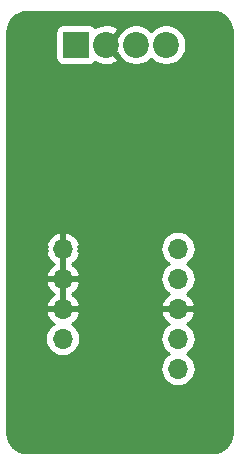
<source format=gbl>
G04 #@! TF.GenerationSoftware,KiCad,Pcbnew,(5.1.0)-1*
G04 #@! TF.CreationDate,2019-04-03T23:02:26-04:00*
G04 #@! TF.ProjectId,loadcell_daughter,6c6f6164-6365-46c6-9c5f-646175676874,rev?*
G04 #@! TF.SameCoordinates,Original*
G04 #@! TF.FileFunction,Copper,L2,Bot*
G04 #@! TF.FilePolarity,Positive*
%FSLAX46Y46*%
G04 Gerber Fmt 4.6, Leading zero omitted, Abs format (unit mm)*
G04 Created by KiCad (PCBNEW (5.1.0)-1) date 2019-04-03 23:02:26*
%MOMM*%
%LPD*%
G04 APERTURE LIST*
%ADD10O,1.700000X1.700000*%
%ADD11R,2.200000X2.200000*%
%ADD12C,2.200000*%
%ADD13C,0.800000*%
%ADD14C,0.254000*%
G04 APERTURE END LIST*
D10*
X162687000Y-102108000D03*
X152927000Y-99568000D03*
X162687000Y-99568000D03*
X152927000Y-97028000D03*
X162687000Y-97028000D03*
X152927000Y-94488000D03*
X162687000Y-94488000D03*
X152927000Y-91948000D03*
X162687000Y-91948000D03*
D11*
X154051000Y-74676000D03*
D12*
X156591000Y-74676000D03*
X159131000Y-74676000D03*
X161671000Y-74676000D03*
D13*
X154559000Y-108204000D03*
X165989000Y-107188000D03*
X154432000Y-102616000D03*
X161925000Y-106299000D03*
D14*
G36*
X165923210Y-71941072D02*
G01*
X166226413Y-72032614D01*
X166506064Y-72181307D01*
X166751505Y-72381484D01*
X166953391Y-72625521D01*
X167104031Y-72904125D01*
X167197690Y-73206688D01*
X167234000Y-73552158D01*
X167234001Y-107536711D01*
X167199928Y-107884209D01*
X167108384Y-108187417D01*
X166959693Y-108467063D01*
X166759516Y-108712505D01*
X166515476Y-108914392D01*
X166236875Y-109065031D01*
X165934313Y-109158690D01*
X165588842Y-109195000D01*
X149892279Y-109195000D01*
X149544791Y-109160928D01*
X149241583Y-109069384D01*
X148961937Y-108920693D01*
X148716495Y-108720516D01*
X148514608Y-108476476D01*
X148363969Y-108197875D01*
X148270310Y-107895313D01*
X148234000Y-107549842D01*
X148234000Y-99568000D01*
X151434815Y-99568000D01*
X151463487Y-99859111D01*
X151548401Y-100139034D01*
X151686294Y-100397014D01*
X151871866Y-100623134D01*
X152097986Y-100808706D01*
X152355966Y-100946599D01*
X152635889Y-101031513D01*
X152854050Y-101053000D01*
X152999950Y-101053000D01*
X153218111Y-101031513D01*
X153498034Y-100946599D01*
X153756014Y-100808706D01*
X153982134Y-100623134D01*
X154167706Y-100397014D01*
X154305599Y-100139034D01*
X154390513Y-99859111D01*
X154419185Y-99568000D01*
X161194815Y-99568000D01*
X161223487Y-99859111D01*
X161308401Y-100139034D01*
X161446294Y-100397014D01*
X161631866Y-100623134D01*
X161857986Y-100808706D01*
X161912791Y-100838000D01*
X161857986Y-100867294D01*
X161631866Y-101052866D01*
X161446294Y-101278986D01*
X161308401Y-101536966D01*
X161223487Y-101816889D01*
X161194815Y-102108000D01*
X161223487Y-102399111D01*
X161308401Y-102679034D01*
X161446294Y-102937014D01*
X161631866Y-103163134D01*
X161857986Y-103348706D01*
X162115966Y-103486599D01*
X162395889Y-103571513D01*
X162614050Y-103593000D01*
X162759950Y-103593000D01*
X162978111Y-103571513D01*
X163258034Y-103486599D01*
X163516014Y-103348706D01*
X163742134Y-103163134D01*
X163927706Y-102937014D01*
X164065599Y-102679034D01*
X164150513Y-102399111D01*
X164179185Y-102108000D01*
X164150513Y-101816889D01*
X164065599Y-101536966D01*
X163927706Y-101278986D01*
X163742134Y-101052866D01*
X163516014Y-100867294D01*
X163461209Y-100838000D01*
X163516014Y-100808706D01*
X163742134Y-100623134D01*
X163927706Y-100397014D01*
X164065599Y-100139034D01*
X164150513Y-99859111D01*
X164179185Y-99568000D01*
X164150513Y-99276889D01*
X164065599Y-98996966D01*
X163927706Y-98738986D01*
X163742134Y-98512866D01*
X163516014Y-98327294D01*
X163451477Y-98292799D01*
X163568355Y-98223178D01*
X163784588Y-98028269D01*
X163958641Y-97794920D01*
X164083825Y-97532099D01*
X164128476Y-97384890D01*
X164007155Y-97155000D01*
X162814000Y-97155000D01*
X162814000Y-97175000D01*
X162560000Y-97175000D01*
X162560000Y-97155000D01*
X161366845Y-97155000D01*
X161245524Y-97384890D01*
X161290175Y-97532099D01*
X161415359Y-97794920D01*
X161589412Y-98028269D01*
X161805645Y-98223178D01*
X161922523Y-98292799D01*
X161857986Y-98327294D01*
X161631866Y-98512866D01*
X161446294Y-98738986D01*
X161308401Y-98996966D01*
X161223487Y-99276889D01*
X161194815Y-99568000D01*
X154419185Y-99568000D01*
X154390513Y-99276889D01*
X154305599Y-98996966D01*
X154167706Y-98738986D01*
X153982134Y-98512866D01*
X153756014Y-98327294D01*
X153691477Y-98292799D01*
X153808355Y-98223178D01*
X154024588Y-98028269D01*
X154198641Y-97794920D01*
X154323825Y-97532099D01*
X154368476Y-97384890D01*
X154247155Y-97155000D01*
X153054000Y-97155000D01*
X153054000Y-97175000D01*
X152800000Y-97175000D01*
X152800000Y-97155000D01*
X151606845Y-97155000D01*
X151485524Y-97384890D01*
X151530175Y-97532099D01*
X151655359Y-97794920D01*
X151829412Y-98028269D01*
X152045645Y-98223178D01*
X152162523Y-98292799D01*
X152097986Y-98327294D01*
X151871866Y-98512866D01*
X151686294Y-98738986D01*
X151548401Y-98996966D01*
X151463487Y-99276889D01*
X151434815Y-99568000D01*
X148234000Y-99568000D01*
X148234000Y-94844890D01*
X151485524Y-94844890D01*
X151530175Y-94992099D01*
X151655359Y-95254920D01*
X151829412Y-95488269D01*
X152045645Y-95683178D01*
X152171255Y-95758000D01*
X152045645Y-95832822D01*
X151829412Y-96027731D01*
X151655359Y-96261080D01*
X151530175Y-96523901D01*
X151485524Y-96671110D01*
X151606845Y-96901000D01*
X152800000Y-96901000D01*
X152800000Y-94615000D01*
X153054000Y-94615000D01*
X153054000Y-96901000D01*
X154247155Y-96901000D01*
X154368476Y-96671110D01*
X154323825Y-96523901D01*
X154198641Y-96261080D01*
X154024588Y-96027731D01*
X153808355Y-95832822D01*
X153682745Y-95758000D01*
X153808355Y-95683178D01*
X154024588Y-95488269D01*
X154198641Y-95254920D01*
X154323825Y-94992099D01*
X154368476Y-94844890D01*
X154247155Y-94615000D01*
X153054000Y-94615000D01*
X152800000Y-94615000D01*
X151606845Y-94615000D01*
X151485524Y-94844890D01*
X148234000Y-94844890D01*
X148234000Y-91820998D01*
X151442000Y-91820998D01*
X151442000Y-92075002D01*
X151606844Y-92075002D01*
X151485524Y-92304890D01*
X151530175Y-92452099D01*
X151655359Y-92714920D01*
X151829412Y-92948269D01*
X152045645Y-93143178D01*
X152171255Y-93218000D01*
X152045645Y-93292822D01*
X151829412Y-93487731D01*
X151655359Y-93721080D01*
X151530175Y-93983901D01*
X151485524Y-94131110D01*
X151606845Y-94361000D01*
X152800000Y-94361000D01*
X152800000Y-92075000D01*
X152780000Y-92075000D01*
X152780000Y-91821000D01*
X152800000Y-91821000D01*
X152800000Y-90627186D01*
X153054000Y-90627186D01*
X153054000Y-91821000D01*
X153074000Y-91821000D01*
X153074000Y-92075000D01*
X153054000Y-92075000D01*
X153054000Y-94361000D01*
X154247155Y-94361000D01*
X154368476Y-94131110D01*
X154323825Y-93983901D01*
X154198641Y-93721080D01*
X154024588Y-93487731D01*
X153808355Y-93292822D01*
X153682745Y-93218000D01*
X153808355Y-93143178D01*
X154024588Y-92948269D01*
X154198641Y-92714920D01*
X154323825Y-92452099D01*
X154368476Y-92304890D01*
X154247156Y-92075002D01*
X154412000Y-92075002D01*
X154412000Y-91948000D01*
X161194815Y-91948000D01*
X161223487Y-92239111D01*
X161308401Y-92519034D01*
X161446294Y-92777014D01*
X161631866Y-93003134D01*
X161857986Y-93188706D01*
X161912791Y-93218000D01*
X161857986Y-93247294D01*
X161631866Y-93432866D01*
X161446294Y-93658986D01*
X161308401Y-93916966D01*
X161223487Y-94196889D01*
X161194815Y-94488000D01*
X161223487Y-94779111D01*
X161308401Y-95059034D01*
X161446294Y-95317014D01*
X161631866Y-95543134D01*
X161857986Y-95728706D01*
X161922523Y-95763201D01*
X161805645Y-95832822D01*
X161589412Y-96027731D01*
X161415359Y-96261080D01*
X161290175Y-96523901D01*
X161245524Y-96671110D01*
X161366845Y-96901000D01*
X162560000Y-96901000D01*
X162560000Y-96881000D01*
X162814000Y-96881000D01*
X162814000Y-96901000D01*
X164007155Y-96901000D01*
X164128476Y-96671110D01*
X164083825Y-96523901D01*
X163958641Y-96261080D01*
X163784588Y-96027731D01*
X163568355Y-95832822D01*
X163451477Y-95763201D01*
X163516014Y-95728706D01*
X163742134Y-95543134D01*
X163927706Y-95317014D01*
X164065599Y-95059034D01*
X164150513Y-94779111D01*
X164179185Y-94488000D01*
X164150513Y-94196889D01*
X164065599Y-93916966D01*
X163927706Y-93658986D01*
X163742134Y-93432866D01*
X163516014Y-93247294D01*
X163461209Y-93218000D01*
X163516014Y-93188706D01*
X163742134Y-93003134D01*
X163927706Y-92777014D01*
X164065599Y-92519034D01*
X164150513Y-92239111D01*
X164179185Y-91948000D01*
X164150513Y-91656889D01*
X164065599Y-91376966D01*
X163927706Y-91118986D01*
X163742134Y-90892866D01*
X163516014Y-90707294D01*
X163258034Y-90569401D01*
X162978111Y-90484487D01*
X162759950Y-90463000D01*
X162614050Y-90463000D01*
X162395889Y-90484487D01*
X162115966Y-90569401D01*
X161857986Y-90707294D01*
X161631866Y-90892866D01*
X161446294Y-91118986D01*
X161308401Y-91376966D01*
X161223487Y-91656889D01*
X161194815Y-91948000D01*
X154412000Y-91948000D01*
X154412000Y-91820998D01*
X154247156Y-91820998D01*
X154368476Y-91591110D01*
X154323825Y-91443901D01*
X154198641Y-91181080D01*
X154024588Y-90947731D01*
X153808355Y-90752822D01*
X153558252Y-90603843D01*
X153283891Y-90506519D01*
X153054000Y-90627186D01*
X152800000Y-90627186D01*
X152570109Y-90506519D01*
X152295748Y-90603843D01*
X152045645Y-90752822D01*
X151829412Y-90947731D01*
X151655359Y-91181080D01*
X151530175Y-91443901D01*
X151485524Y-91591110D01*
X151606844Y-91820998D01*
X151442000Y-91820998D01*
X148234000Y-91820998D01*
X148234000Y-73576000D01*
X152312928Y-73576000D01*
X152312928Y-75776000D01*
X152325188Y-75900482D01*
X152361498Y-76020180D01*
X152420463Y-76130494D01*
X152499815Y-76227185D01*
X152596506Y-76306537D01*
X152706820Y-76365502D01*
X152826518Y-76401812D01*
X152951000Y-76414072D01*
X155151000Y-76414072D01*
X155275482Y-76401812D01*
X155395180Y-76365502D01*
X155505494Y-76306537D01*
X155602185Y-76227185D01*
X155667772Y-76147267D01*
X155671726Y-76157338D01*
X155978384Y-76308216D01*
X156308585Y-76396369D01*
X156649639Y-76418409D01*
X156988439Y-76373489D01*
X157311966Y-76263336D01*
X157510274Y-76157338D01*
X157618107Y-75882712D01*
X156591000Y-74855605D01*
X156576858Y-74869748D01*
X156397253Y-74690143D01*
X156411395Y-74676000D01*
X156770605Y-74676000D01*
X157595531Y-75500926D01*
X157783337Y-75781998D01*
X158025002Y-76023663D01*
X158309169Y-76213537D01*
X158624919Y-76344325D01*
X158960117Y-76411000D01*
X159301883Y-76411000D01*
X159637081Y-76344325D01*
X159952831Y-76213537D01*
X160236998Y-76023663D01*
X160401000Y-75859661D01*
X160565002Y-76023663D01*
X160849169Y-76213537D01*
X161164919Y-76344325D01*
X161500117Y-76411000D01*
X161841883Y-76411000D01*
X162177081Y-76344325D01*
X162492831Y-76213537D01*
X162776998Y-76023663D01*
X163018663Y-75781998D01*
X163208537Y-75497831D01*
X163339325Y-75182081D01*
X163406000Y-74846883D01*
X163406000Y-74505117D01*
X163339325Y-74169919D01*
X163208537Y-73854169D01*
X163018663Y-73570002D01*
X162776998Y-73328337D01*
X162492831Y-73138463D01*
X162177081Y-73007675D01*
X161841883Y-72941000D01*
X161500117Y-72941000D01*
X161164919Y-73007675D01*
X160849169Y-73138463D01*
X160565002Y-73328337D01*
X160401000Y-73492339D01*
X160236998Y-73328337D01*
X159952831Y-73138463D01*
X159637081Y-73007675D01*
X159301883Y-72941000D01*
X158960117Y-72941000D01*
X158624919Y-73007675D01*
X158309169Y-73138463D01*
X158025002Y-73328337D01*
X157783337Y-73570002D01*
X157595531Y-73851074D01*
X156770605Y-74676000D01*
X156411395Y-74676000D01*
X156397253Y-74661858D01*
X156576858Y-74482253D01*
X156591000Y-74496395D01*
X157618107Y-73469288D01*
X157510274Y-73194662D01*
X157203616Y-73043784D01*
X156873415Y-72955631D01*
X156532361Y-72933591D01*
X156193561Y-72978511D01*
X155870034Y-73088664D01*
X155671726Y-73194662D01*
X155667772Y-73204733D01*
X155602185Y-73124815D01*
X155505494Y-73045463D01*
X155395180Y-72986498D01*
X155275482Y-72950188D01*
X155151000Y-72937928D01*
X152951000Y-72937928D01*
X152826518Y-72950188D01*
X152706820Y-72986498D01*
X152596506Y-73045463D01*
X152499815Y-73124815D01*
X152420463Y-73221506D01*
X152361498Y-73331820D01*
X152325188Y-73451518D01*
X152312928Y-73576000D01*
X148234000Y-73576000D01*
X148234000Y-73565279D01*
X148268072Y-73217790D01*
X148359614Y-72914587D01*
X148508307Y-72634936D01*
X148708484Y-72389495D01*
X148952521Y-72187609D01*
X149231125Y-72036969D01*
X149533688Y-71943310D01*
X149879158Y-71907000D01*
X165575721Y-71907000D01*
X165923210Y-71941072D01*
X165923210Y-71941072D01*
G37*
X165923210Y-71941072D02*
X166226413Y-72032614D01*
X166506064Y-72181307D01*
X166751505Y-72381484D01*
X166953391Y-72625521D01*
X167104031Y-72904125D01*
X167197690Y-73206688D01*
X167234000Y-73552158D01*
X167234001Y-107536711D01*
X167199928Y-107884209D01*
X167108384Y-108187417D01*
X166959693Y-108467063D01*
X166759516Y-108712505D01*
X166515476Y-108914392D01*
X166236875Y-109065031D01*
X165934313Y-109158690D01*
X165588842Y-109195000D01*
X149892279Y-109195000D01*
X149544791Y-109160928D01*
X149241583Y-109069384D01*
X148961937Y-108920693D01*
X148716495Y-108720516D01*
X148514608Y-108476476D01*
X148363969Y-108197875D01*
X148270310Y-107895313D01*
X148234000Y-107549842D01*
X148234000Y-99568000D01*
X151434815Y-99568000D01*
X151463487Y-99859111D01*
X151548401Y-100139034D01*
X151686294Y-100397014D01*
X151871866Y-100623134D01*
X152097986Y-100808706D01*
X152355966Y-100946599D01*
X152635889Y-101031513D01*
X152854050Y-101053000D01*
X152999950Y-101053000D01*
X153218111Y-101031513D01*
X153498034Y-100946599D01*
X153756014Y-100808706D01*
X153982134Y-100623134D01*
X154167706Y-100397014D01*
X154305599Y-100139034D01*
X154390513Y-99859111D01*
X154419185Y-99568000D01*
X161194815Y-99568000D01*
X161223487Y-99859111D01*
X161308401Y-100139034D01*
X161446294Y-100397014D01*
X161631866Y-100623134D01*
X161857986Y-100808706D01*
X161912791Y-100838000D01*
X161857986Y-100867294D01*
X161631866Y-101052866D01*
X161446294Y-101278986D01*
X161308401Y-101536966D01*
X161223487Y-101816889D01*
X161194815Y-102108000D01*
X161223487Y-102399111D01*
X161308401Y-102679034D01*
X161446294Y-102937014D01*
X161631866Y-103163134D01*
X161857986Y-103348706D01*
X162115966Y-103486599D01*
X162395889Y-103571513D01*
X162614050Y-103593000D01*
X162759950Y-103593000D01*
X162978111Y-103571513D01*
X163258034Y-103486599D01*
X163516014Y-103348706D01*
X163742134Y-103163134D01*
X163927706Y-102937014D01*
X164065599Y-102679034D01*
X164150513Y-102399111D01*
X164179185Y-102108000D01*
X164150513Y-101816889D01*
X164065599Y-101536966D01*
X163927706Y-101278986D01*
X163742134Y-101052866D01*
X163516014Y-100867294D01*
X163461209Y-100838000D01*
X163516014Y-100808706D01*
X163742134Y-100623134D01*
X163927706Y-100397014D01*
X164065599Y-100139034D01*
X164150513Y-99859111D01*
X164179185Y-99568000D01*
X164150513Y-99276889D01*
X164065599Y-98996966D01*
X163927706Y-98738986D01*
X163742134Y-98512866D01*
X163516014Y-98327294D01*
X163451477Y-98292799D01*
X163568355Y-98223178D01*
X163784588Y-98028269D01*
X163958641Y-97794920D01*
X164083825Y-97532099D01*
X164128476Y-97384890D01*
X164007155Y-97155000D01*
X162814000Y-97155000D01*
X162814000Y-97175000D01*
X162560000Y-97175000D01*
X162560000Y-97155000D01*
X161366845Y-97155000D01*
X161245524Y-97384890D01*
X161290175Y-97532099D01*
X161415359Y-97794920D01*
X161589412Y-98028269D01*
X161805645Y-98223178D01*
X161922523Y-98292799D01*
X161857986Y-98327294D01*
X161631866Y-98512866D01*
X161446294Y-98738986D01*
X161308401Y-98996966D01*
X161223487Y-99276889D01*
X161194815Y-99568000D01*
X154419185Y-99568000D01*
X154390513Y-99276889D01*
X154305599Y-98996966D01*
X154167706Y-98738986D01*
X153982134Y-98512866D01*
X153756014Y-98327294D01*
X153691477Y-98292799D01*
X153808355Y-98223178D01*
X154024588Y-98028269D01*
X154198641Y-97794920D01*
X154323825Y-97532099D01*
X154368476Y-97384890D01*
X154247155Y-97155000D01*
X153054000Y-97155000D01*
X153054000Y-97175000D01*
X152800000Y-97175000D01*
X152800000Y-97155000D01*
X151606845Y-97155000D01*
X151485524Y-97384890D01*
X151530175Y-97532099D01*
X151655359Y-97794920D01*
X151829412Y-98028269D01*
X152045645Y-98223178D01*
X152162523Y-98292799D01*
X152097986Y-98327294D01*
X151871866Y-98512866D01*
X151686294Y-98738986D01*
X151548401Y-98996966D01*
X151463487Y-99276889D01*
X151434815Y-99568000D01*
X148234000Y-99568000D01*
X148234000Y-94844890D01*
X151485524Y-94844890D01*
X151530175Y-94992099D01*
X151655359Y-95254920D01*
X151829412Y-95488269D01*
X152045645Y-95683178D01*
X152171255Y-95758000D01*
X152045645Y-95832822D01*
X151829412Y-96027731D01*
X151655359Y-96261080D01*
X151530175Y-96523901D01*
X151485524Y-96671110D01*
X151606845Y-96901000D01*
X152800000Y-96901000D01*
X152800000Y-94615000D01*
X153054000Y-94615000D01*
X153054000Y-96901000D01*
X154247155Y-96901000D01*
X154368476Y-96671110D01*
X154323825Y-96523901D01*
X154198641Y-96261080D01*
X154024588Y-96027731D01*
X153808355Y-95832822D01*
X153682745Y-95758000D01*
X153808355Y-95683178D01*
X154024588Y-95488269D01*
X154198641Y-95254920D01*
X154323825Y-94992099D01*
X154368476Y-94844890D01*
X154247155Y-94615000D01*
X153054000Y-94615000D01*
X152800000Y-94615000D01*
X151606845Y-94615000D01*
X151485524Y-94844890D01*
X148234000Y-94844890D01*
X148234000Y-91820998D01*
X151442000Y-91820998D01*
X151442000Y-92075002D01*
X151606844Y-92075002D01*
X151485524Y-92304890D01*
X151530175Y-92452099D01*
X151655359Y-92714920D01*
X151829412Y-92948269D01*
X152045645Y-93143178D01*
X152171255Y-93218000D01*
X152045645Y-93292822D01*
X151829412Y-93487731D01*
X151655359Y-93721080D01*
X151530175Y-93983901D01*
X151485524Y-94131110D01*
X151606845Y-94361000D01*
X152800000Y-94361000D01*
X152800000Y-92075000D01*
X152780000Y-92075000D01*
X152780000Y-91821000D01*
X152800000Y-91821000D01*
X152800000Y-90627186D01*
X153054000Y-90627186D01*
X153054000Y-91821000D01*
X153074000Y-91821000D01*
X153074000Y-92075000D01*
X153054000Y-92075000D01*
X153054000Y-94361000D01*
X154247155Y-94361000D01*
X154368476Y-94131110D01*
X154323825Y-93983901D01*
X154198641Y-93721080D01*
X154024588Y-93487731D01*
X153808355Y-93292822D01*
X153682745Y-93218000D01*
X153808355Y-93143178D01*
X154024588Y-92948269D01*
X154198641Y-92714920D01*
X154323825Y-92452099D01*
X154368476Y-92304890D01*
X154247156Y-92075002D01*
X154412000Y-92075002D01*
X154412000Y-91948000D01*
X161194815Y-91948000D01*
X161223487Y-92239111D01*
X161308401Y-92519034D01*
X161446294Y-92777014D01*
X161631866Y-93003134D01*
X161857986Y-93188706D01*
X161912791Y-93218000D01*
X161857986Y-93247294D01*
X161631866Y-93432866D01*
X161446294Y-93658986D01*
X161308401Y-93916966D01*
X161223487Y-94196889D01*
X161194815Y-94488000D01*
X161223487Y-94779111D01*
X161308401Y-95059034D01*
X161446294Y-95317014D01*
X161631866Y-95543134D01*
X161857986Y-95728706D01*
X161922523Y-95763201D01*
X161805645Y-95832822D01*
X161589412Y-96027731D01*
X161415359Y-96261080D01*
X161290175Y-96523901D01*
X161245524Y-96671110D01*
X161366845Y-96901000D01*
X162560000Y-96901000D01*
X162560000Y-96881000D01*
X162814000Y-96881000D01*
X162814000Y-96901000D01*
X164007155Y-96901000D01*
X164128476Y-96671110D01*
X164083825Y-96523901D01*
X163958641Y-96261080D01*
X163784588Y-96027731D01*
X163568355Y-95832822D01*
X163451477Y-95763201D01*
X163516014Y-95728706D01*
X163742134Y-95543134D01*
X163927706Y-95317014D01*
X164065599Y-95059034D01*
X164150513Y-94779111D01*
X164179185Y-94488000D01*
X164150513Y-94196889D01*
X164065599Y-93916966D01*
X163927706Y-93658986D01*
X163742134Y-93432866D01*
X163516014Y-93247294D01*
X163461209Y-93218000D01*
X163516014Y-93188706D01*
X163742134Y-93003134D01*
X163927706Y-92777014D01*
X164065599Y-92519034D01*
X164150513Y-92239111D01*
X164179185Y-91948000D01*
X164150513Y-91656889D01*
X164065599Y-91376966D01*
X163927706Y-91118986D01*
X163742134Y-90892866D01*
X163516014Y-90707294D01*
X163258034Y-90569401D01*
X162978111Y-90484487D01*
X162759950Y-90463000D01*
X162614050Y-90463000D01*
X162395889Y-90484487D01*
X162115966Y-90569401D01*
X161857986Y-90707294D01*
X161631866Y-90892866D01*
X161446294Y-91118986D01*
X161308401Y-91376966D01*
X161223487Y-91656889D01*
X161194815Y-91948000D01*
X154412000Y-91948000D01*
X154412000Y-91820998D01*
X154247156Y-91820998D01*
X154368476Y-91591110D01*
X154323825Y-91443901D01*
X154198641Y-91181080D01*
X154024588Y-90947731D01*
X153808355Y-90752822D01*
X153558252Y-90603843D01*
X153283891Y-90506519D01*
X153054000Y-90627186D01*
X152800000Y-90627186D01*
X152570109Y-90506519D01*
X152295748Y-90603843D01*
X152045645Y-90752822D01*
X151829412Y-90947731D01*
X151655359Y-91181080D01*
X151530175Y-91443901D01*
X151485524Y-91591110D01*
X151606844Y-91820998D01*
X151442000Y-91820998D01*
X148234000Y-91820998D01*
X148234000Y-73576000D01*
X152312928Y-73576000D01*
X152312928Y-75776000D01*
X152325188Y-75900482D01*
X152361498Y-76020180D01*
X152420463Y-76130494D01*
X152499815Y-76227185D01*
X152596506Y-76306537D01*
X152706820Y-76365502D01*
X152826518Y-76401812D01*
X152951000Y-76414072D01*
X155151000Y-76414072D01*
X155275482Y-76401812D01*
X155395180Y-76365502D01*
X155505494Y-76306537D01*
X155602185Y-76227185D01*
X155667772Y-76147267D01*
X155671726Y-76157338D01*
X155978384Y-76308216D01*
X156308585Y-76396369D01*
X156649639Y-76418409D01*
X156988439Y-76373489D01*
X157311966Y-76263336D01*
X157510274Y-76157338D01*
X157618107Y-75882712D01*
X156591000Y-74855605D01*
X156576858Y-74869748D01*
X156397253Y-74690143D01*
X156411395Y-74676000D01*
X156770605Y-74676000D01*
X157595531Y-75500926D01*
X157783337Y-75781998D01*
X158025002Y-76023663D01*
X158309169Y-76213537D01*
X158624919Y-76344325D01*
X158960117Y-76411000D01*
X159301883Y-76411000D01*
X159637081Y-76344325D01*
X159952831Y-76213537D01*
X160236998Y-76023663D01*
X160401000Y-75859661D01*
X160565002Y-76023663D01*
X160849169Y-76213537D01*
X161164919Y-76344325D01*
X161500117Y-76411000D01*
X161841883Y-76411000D01*
X162177081Y-76344325D01*
X162492831Y-76213537D01*
X162776998Y-76023663D01*
X163018663Y-75781998D01*
X163208537Y-75497831D01*
X163339325Y-75182081D01*
X163406000Y-74846883D01*
X163406000Y-74505117D01*
X163339325Y-74169919D01*
X163208537Y-73854169D01*
X163018663Y-73570002D01*
X162776998Y-73328337D01*
X162492831Y-73138463D01*
X162177081Y-73007675D01*
X161841883Y-72941000D01*
X161500117Y-72941000D01*
X161164919Y-73007675D01*
X160849169Y-73138463D01*
X160565002Y-73328337D01*
X160401000Y-73492339D01*
X160236998Y-73328337D01*
X159952831Y-73138463D01*
X159637081Y-73007675D01*
X159301883Y-72941000D01*
X158960117Y-72941000D01*
X158624919Y-73007675D01*
X158309169Y-73138463D01*
X158025002Y-73328337D01*
X157783337Y-73570002D01*
X157595531Y-73851074D01*
X156770605Y-74676000D01*
X156411395Y-74676000D01*
X156397253Y-74661858D01*
X156576858Y-74482253D01*
X156591000Y-74496395D01*
X157618107Y-73469288D01*
X157510274Y-73194662D01*
X157203616Y-73043784D01*
X156873415Y-72955631D01*
X156532361Y-72933591D01*
X156193561Y-72978511D01*
X155870034Y-73088664D01*
X155671726Y-73194662D01*
X155667772Y-73204733D01*
X155602185Y-73124815D01*
X155505494Y-73045463D01*
X155395180Y-72986498D01*
X155275482Y-72950188D01*
X155151000Y-72937928D01*
X152951000Y-72937928D01*
X152826518Y-72950188D01*
X152706820Y-72986498D01*
X152596506Y-73045463D01*
X152499815Y-73124815D01*
X152420463Y-73221506D01*
X152361498Y-73331820D01*
X152325188Y-73451518D01*
X152312928Y-73576000D01*
X148234000Y-73576000D01*
X148234000Y-73565279D01*
X148268072Y-73217790D01*
X148359614Y-72914587D01*
X148508307Y-72634936D01*
X148708484Y-72389495D01*
X148952521Y-72187609D01*
X149231125Y-72036969D01*
X149533688Y-71943310D01*
X149879158Y-71907000D01*
X165575721Y-71907000D01*
X165923210Y-71941072D01*
M02*

</source>
